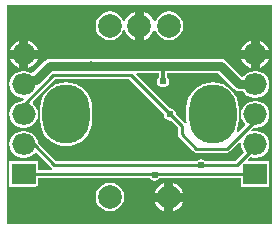
<source format=gtl>
G04*
G04 #@! TF.GenerationSoftware,Altium Limited,Altium Designer,20.0.10 (225)*
G04*
G04 Layer_Physical_Order=1*
G04 Layer_Color=255*
%FSLAX25Y25*%
%MOIN*%
G70*
G01*
G75*
%ADD18C,0.03000*%
%ADD19C,0.01000*%
%ADD20C,0.01200*%
%ADD21O,0.07874X0.07087*%
%ADD22R,0.07874X0.07087*%
%ADD23C,0.07874*%
%ADD24O,0.15748X0.19685*%
%ADD25C,0.03200*%
%ADD26C,0.02400*%
G36*
X44256Y-36382D02*
X-44256Y-36382D01*
Y36382D01*
X44256D01*
Y-36382D01*
D02*
G37*
%LPC*%
G36*
X9843Y34306D02*
X8606Y34143D01*
X7454Y33665D01*
X6464Y32906D01*
X5705Y31916D01*
X5354Y31070D01*
X4705D01*
X4312Y32017D01*
X3521Y33049D01*
X2490Y33840D01*
X1500Y34250D01*
Y29528D01*
Y24805D01*
X2490Y25215D01*
X3521Y26006D01*
X4312Y27038D01*
X4705Y27985D01*
X5354D01*
X5705Y27139D01*
X6464Y26149D01*
X7454Y25390D01*
X8606Y24913D01*
X9843Y24750D01*
X11079Y24913D01*
X12231Y25390D01*
X13221Y26149D01*
X13980Y27139D01*
X14458Y28291D01*
X14620Y29528D01*
X14458Y30764D01*
X13980Y31916D01*
X13221Y32906D01*
X12231Y33665D01*
X11079Y34143D01*
X9843Y34306D01*
D02*
G37*
G36*
X-9843D02*
X-11079Y34143D01*
X-12231Y33665D01*
X-13221Y32906D01*
X-13980Y31916D01*
X-14458Y30764D01*
X-14620Y29528D01*
X-14458Y28291D01*
X-13980Y27139D01*
X-13221Y26149D01*
X-12231Y25390D01*
X-11079Y24913D01*
X-9843Y24750D01*
X-8606Y24913D01*
X-7454Y25390D01*
X-6464Y26149D01*
X-5705Y27139D01*
X-5354Y27985D01*
X-4705D01*
X-4312Y27038D01*
X-3521Y26006D01*
X-2490Y25215D01*
X-1500Y24805D01*
Y29528D01*
Y34250D01*
X-2490Y33840D01*
X-3521Y33049D01*
X-4312Y32017D01*
X-4705Y31070D01*
X-5354D01*
X-5705Y31916D01*
X-6464Y32906D01*
X-7454Y33665D01*
X-8606Y34143D01*
X-9843Y34306D01*
D02*
G37*
G36*
X40083Y24437D02*
Y21500D01*
X43273D01*
X42945Y22291D01*
X42217Y23240D01*
X41268Y23969D01*
X40162Y24426D01*
X40083Y24437D01*
D02*
G37*
G36*
X-37083D02*
Y21500D01*
X-33893D01*
X-34220Y22291D01*
X-34949Y23240D01*
X-35898Y23969D01*
X-37003Y24426D01*
X-37083Y24437D01*
D02*
G37*
G36*
X-40083D02*
X-40162Y24426D01*
X-41268Y23969D01*
X-42217Y23240D01*
X-42945Y22291D01*
X-43273Y21500D01*
X-40083D01*
Y24437D01*
D02*
G37*
G36*
X37083D02*
X37003Y24426D01*
X35898Y23969D01*
X34949Y23240D01*
X34220Y22291D01*
X33893Y21500D01*
X37083D01*
Y24437D01*
D02*
G37*
G36*
X-16142Y18589D02*
X-16654Y18487D01*
X-29921D01*
X-29921Y18487D01*
X-30819Y18308D01*
X-31580Y17800D01*
X-35410Y13970D01*
X-35459D01*
X-36110Y13840D01*
X-37055Y14232D01*
X-38189Y14381D01*
X-38976D01*
X-40110Y14232D01*
X-41167Y13794D01*
X-42074Y13098D01*
X-42770Y12190D01*
X-43208Y11134D01*
X-43357Y10000D01*
X-43208Y8866D01*
X-42770Y7810D01*
X-42074Y6902D01*
X-41167Y6206D01*
X-40110Y5768D01*
X-38976Y5619D01*
X-38836D01*
X-38588Y5019D01*
X-39045Y4562D01*
X-39184Y4353D01*
X-40110Y4231D01*
X-41167Y3794D01*
X-42074Y3098D01*
X-42770Y2190D01*
X-43208Y1134D01*
X-43357Y0D01*
X-43208Y-1134D01*
X-42770Y-2190D01*
X-42074Y-3098D01*
X-41167Y-3794D01*
X-40110Y-4231D01*
X-38976Y-4381D01*
X-38189D01*
X-37055Y-4231D01*
X-35999Y-3794D01*
X-35091Y-3098D01*
X-34395Y-2190D01*
X-33957Y-1134D01*
X-33808Y0D01*
X-33957Y1134D01*
X-34395Y2190D01*
X-35091Y3098D01*
X-35555Y3454D01*
X-35608Y4250D01*
X-28191Y11667D01*
X-3305D01*
X8224Y137D01*
X8197Y0D01*
X8352Y-780D01*
X8794Y-1442D01*
X9456Y-1884D01*
X10236Y-2039D01*
X10374Y-2012D01*
X12848Y-4486D01*
Y-6693D01*
X12949Y-7200D01*
X13236Y-7630D01*
X17960Y-12355D01*
X18390Y-12642D01*
X18898Y-12743D01*
X29134D01*
X29641Y-12642D01*
X30071Y-12355D01*
X33321Y-9105D01*
X33889Y-9385D01*
X33808Y-10000D01*
X33957Y-11134D01*
X34395Y-12190D01*
X34790Y-12705D01*
X31892Y-15604D01*
X21992D01*
X21914Y-15487D01*
X21253Y-15045D01*
X20472Y-14890D01*
X19692Y-15045D01*
X19030Y-15487D01*
X18953Y-15604D01*
X-27797D01*
X-33870Y-9531D01*
X-33957Y-8866D01*
X-34395Y-7810D01*
X-35091Y-6902D01*
X-35999Y-6206D01*
X-37055Y-5768D01*
X-38189Y-5619D01*
X-38976D01*
X-40110Y-5768D01*
X-41167Y-6206D01*
X-42074Y-6902D01*
X-42770Y-7810D01*
X-43208Y-8866D01*
X-43357Y-10000D01*
X-43208Y-11134D01*
X-42770Y-12190D01*
X-42074Y-13098D01*
X-41167Y-13794D01*
X-40110Y-14232D01*
X-38976Y-14381D01*
X-38189D01*
X-37055Y-14232D01*
X-35999Y-13794D01*
X-35091Y-13098D01*
X-34917Y-12871D01*
X-34319Y-12832D01*
X-29284Y-17866D01*
X-28972Y-18075D01*
X-29077Y-18675D01*
X-33846D01*
Y-15657D01*
X-43320D01*
Y-24343D01*
X-33846D01*
Y-21326D01*
X3546D01*
X3676Y-21521D01*
X4338Y-21963D01*
X5118Y-22118D01*
X5898Y-21963D01*
X6560Y-21521D01*
X6690Y-21326D01*
X33846D01*
Y-24343D01*
X43320D01*
Y-15657D01*
X36372D01*
X36142Y-15102D01*
X37025Y-14219D01*
X37055Y-14232D01*
X38189Y-14381D01*
X38976D01*
X40110Y-14232D01*
X41167Y-13794D01*
X42074Y-13098D01*
X42770Y-12190D01*
X43208Y-11134D01*
X43357Y-10000D01*
X43208Y-8866D01*
X42770Y-7810D01*
X42074Y-6902D01*
X41167Y-6206D01*
X40110Y-5768D01*
X38976Y-5619D01*
X38189D01*
X37574Y-5700D01*
X37294Y-5132D01*
X38062Y-4364D01*
X38189Y-4381D01*
X38976D01*
X40110Y-4231D01*
X41167Y-3794D01*
X42074Y-3098D01*
X42770Y-2190D01*
X43208Y-1134D01*
X43357Y0D01*
X43208Y1134D01*
X42770Y2190D01*
X42074Y3098D01*
X41167Y3794D01*
X40110Y4231D01*
X38976Y4381D01*
X38189D01*
X37055Y4231D01*
X35999Y3794D01*
X35091Y3098D01*
X34395Y2190D01*
X33957Y1134D01*
X33808Y0D01*
X33957Y-1134D01*
X34395Y-2190D01*
X35091Y-3098D01*
X35121Y-3555D01*
X32878Y-5799D01*
X32390Y-5438D01*
X32462Y-5304D01*
X32958Y-3669D01*
X33125Y-1969D01*
Y1969D01*
X32958Y3669D01*
X32462Y5304D01*
X31657Y6811D01*
X30573Y8132D01*
X29252Y9216D01*
X27745Y10021D01*
X26110Y10517D01*
X24409Y10684D01*
X22709Y10517D01*
X21074Y10021D01*
X19567Y9216D01*
X18246Y8132D01*
X17162Y6811D01*
X16357Y5304D01*
X15861Y3669D01*
X15694Y1969D01*
Y-1969D01*
X15789Y-2935D01*
X15206Y-3143D01*
X15111Y-3000D01*
X12248Y-137D01*
X12275Y0D01*
X12120Y780D01*
X11678Y1442D01*
X11017Y1884D01*
X10236Y2039D01*
X10099Y2012D01*
X-1132Y13242D01*
X-902Y13797D01*
X6447D01*
Y12475D01*
X6432Y12466D01*
X5990Y11804D01*
X5835Y11024D01*
X5990Y10243D01*
X6432Y9582D01*
X7094Y9140D01*
X7874Y8984D01*
X8654Y9140D01*
X9316Y9582D01*
X9758Y10243D01*
X9913Y11024D01*
X9758Y11804D01*
X9316Y12466D01*
X9301Y12475D01*
Y13797D01*
X26194D01*
X31649Y8342D01*
X32410Y7833D01*
X33307Y7655D01*
X34514D01*
X35091Y6902D01*
X35999Y6206D01*
X37055Y5768D01*
X38189Y5619D01*
X38976D01*
X40110Y5768D01*
X41167Y6206D01*
X42074Y6902D01*
X42770Y7810D01*
X43208Y8866D01*
X43357Y10000D01*
X43208Y11134D01*
X42770Y12190D01*
X42074Y13098D01*
X41167Y13794D01*
X40110Y14232D01*
X38976Y14381D01*
X38189D01*
X37055Y14232D01*
X35999Y13794D01*
X35091Y13098D01*
X34751Y12654D01*
X34011Y12612D01*
X28824Y17800D01*
X28063Y18308D01*
X27165Y18487D01*
X-15629D01*
X-16142Y18589D01*
D02*
G37*
G36*
X-33893Y18500D02*
X-37083D01*
Y15563D01*
X-37003Y15574D01*
X-35898Y16031D01*
X-34949Y16760D01*
X-34220Y17709D01*
X-33893Y18500D01*
D02*
G37*
G36*
X43273D02*
X40083D01*
Y15563D01*
X40162Y15574D01*
X41268Y16031D01*
X42217Y16760D01*
X42945Y17709D01*
X43273Y18500D01*
D02*
G37*
G36*
X37083D02*
X33893D01*
X34220Y17709D01*
X34949Y16760D01*
X35898Y16031D01*
X37003Y15574D01*
X37083Y15563D01*
Y18500D01*
D02*
G37*
G36*
X-40083D02*
X-43273D01*
X-42945Y17709D01*
X-42217Y16760D01*
X-41268Y16031D01*
X-40162Y15574D01*
X-40083Y15563D01*
Y18500D01*
D02*
G37*
G36*
X-24409Y10684D02*
X-26110Y10517D01*
X-27745Y10021D01*
X-29252Y9216D01*
X-30573Y8132D01*
X-31657Y6811D01*
X-32462Y5304D01*
X-32958Y3669D01*
X-33125Y1969D01*
Y-1969D01*
X-32958Y-3669D01*
X-32462Y-5304D01*
X-31657Y-6811D01*
X-30573Y-8132D01*
X-29252Y-9216D01*
X-27745Y-10021D01*
X-26110Y-10517D01*
X-24409Y-10684D01*
X-22709Y-10517D01*
X-21074Y-10021D01*
X-19567Y-9216D01*
X-18246Y-8132D01*
X-17162Y-6811D01*
X-16357Y-5304D01*
X-15861Y-3669D01*
X-15694Y-1969D01*
Y1969D01*
X-15861Y3669D01*
X-16357Y5304D01*
X-17162Y6811D01*
X-18246Y8132D01*
X-19567Y9216D01*
X-21074Y10021D01*
X-22709Y10517D01*
X-24409Y10684D01*
D02*
G37*
G36*
X11343Y-22837D02*
Y-26059D01*
X14565D01*
X14155Y-25069D01*
X13364Y-24038D01*
X12332Y-23247D01*
X11343Y-22837D01*
D02*
G37*
G36*
X8343Y-22837D02*
X7353Y-23247D01*
X6321Y-24038D01*
X5530Y-25069D01*
X5120Y-26059D01*
X8343D01*
Y-22837D01*
D02*
G37*
G36*
X14565Y-29059D02*
X11343D01*
Y-32282D01*
X12332Y-31872D01*
X13364Y-31080D01*
X14155Y-30049D01*
X14565Y-29059D01*
D02*
G37*
G36*
X8343D02*
X5120D01*
X5530Y-30049D01*
X6321Y-31080D01*
X7353Y-31872D01*
X8343Y-32282D01*
Y-29059D01*
D02*
G37*
G36*
X-9843Y-22781D02*
X-11079Y-22944D01*
X-12231Y-23421D01*
X-13221Y-24181D01*
X-13980Y-25170D01*
X-14458Y-26322D01*
X-14620Y-27559D01*
X-14458Y-28796D01*
X-13980Y-29948D01*
X-13221Y-30937D01*
X-12231Y-31697D01*
X-11079Y-32174D01*
X-9843Y-32337D01*
X-8606Y-32174D01*
X-7454Y-31697D01*
X-6464Y-30937D01*
X-5705Y-29948D01*
X-5227Y-28796D01*
X-5065Y-27559D01*
X-5227Y-26322D01*
X-5705Y-25170D01*
X-6464Y-24181D01*
X-7454Y-23421D01*
X-8606Y-22944D01*
X-9843Y-22781D01*
D02*
G37*
%LPD*%
D18*
X-29921Y16142D02*
X-16142D01*
X-38583Y10000D02*
X-37083D01*
X-35459Y11625D01*
X-34438D01*
X-29921Y16142D01*
X-16142D02*
X7874D01*
X27165D01*
X33307Y10000D02*
X39370D01*
X27165Y16142D02*
X33307Y10000D01*
D19*
X-38107Y3625D02*
X-28740Y12992D01*
X-2756D01*
X10236Y0D01*
X-38107Y1263D02*
Y3625D01*
X29134Y-11417D02*
X39370Y-1181D01*
X-39370Y0D02*
X-38107Y1263D01*
X39370Y-1181D02*
Y0D01*
X10236D02*
X14173Y-3937D01*
X18898Y-11417D02*
X29134D01*
X-34913Y-10363D02*
X-28346Y-16929D01*
X5118Y-20079D02*
Y-20000D01*
X-39370D02*
X5118D01*
X-39007Y-10363D02*
X-34913D01*
X14173Y-6693D02*
Y-3937D01*
X20472Y-16929D02*
X32441D01*
X-39370Y-10000D02*
X-39007Y-10363D01*
X32441Y-16929D02*
X39370Y-10000D01*
X5118Y-20000D02*
X39370D01*
X14173Y-6693D02*
X18898Y-11417D01*
X-28346Y-16929D02*
X20472D01*
D20*
X7874Y11024D02*
Y16142D01*
D21*
X-38583Y20000D02*
D03*
Y10000D02*
D03*
Y0D02*
D03*
Y-10000D02*
D03*
X38583Y20000D02*
D03*
Y10000D02*
D03*
Y0D02*
D03*
Y-10000D02*
D03*
D22*
X-38583Y-20000D02*
D03*
X38583D02*
D03*
D23*
X9843Y-27559D02*
D03*
X-9843D02*
D03*
Y29528D02*
D03*
X0D02*
D03*
X9843D02*
D03*
D24*
X-24409Y0D02*
D03*
X24409D02*
D03*
D25*
X-16142Y16142D02*
D03*
D26*
X13386Y9055D02*
D03*
X33071Y-12205D02*
D03*
X25591Y12205D02*
D03*
X19685Y11417D02*
D03*
X-8386Y-4961D02*
D03*
X16614Y25039D02*
D03*
X19114Y30039D02*
D03*
X-28386Y-24961D02*
D03*
X41614Y-34961D02*
D03*
X-13386D02*
D03*
X1614D02*
D03*
X-35886Y30039D02*
D03*
X-886Y-29961D02*
D03*
X6614Y-34961D02*
D03*
X19114Y20039D02*
D03*
X26614Y25039D02*
D03*
X29114Y20039D02*
D03*
X-15886Y-29961D02*
D03*
X29114Y30039D02*
D03*
X21614Y25039D02*
D03*
X-35886Y-29961D02*
D03*
X-28386Y-34961D02*
D03*
X-13386Y-4961D02*
D03*
X31614Y-34961D02*
D03*
X36614D02*
D03*
X-15886Y10039D02*
D03*
X31614Y25039D02*
D03*
X-8386Y-34961D02*
D03*
X4114Y-29961D02*
D03*
X1614Y-4961D02*
D03*
X39114Y30039D02*
D03*
X-3386Y-4961D02*
D03*
X-33386Y-24961D02*
D03*
X-20886Y30039D02*
D03*
X-38386Y-34961D02*
D03*
X-23386Y25039D02*
D03*
X16614Y-34961D02*
D03*
X21614D02*
D03*
X-30886Y30039D02*
D03*
X11614Y-34961D02*
D03*
X-18386Y25039D02*
D03*
X-33386Y-34961D02*
D03*
X-18386D02*
D03*
X6614Y-4961D02*
D03*
X-15886Y30039D02*
D03*
X34114Y-29961D02*
D03*
X-33386Y25039D02*
D03*
X-25886Y30039D02*
D03*
X24114D02*
D03*
Y20039D02*
D03*
X34114Y30039D02*
D03*
X-28386Y25039D02*
D03*
X-3386Y-34961D02*
D03*
X-30886Y-29961D02*
D03*
X14114Y20039D02*
D03*
X-8661Y-13386D02*
D03*
X-20472Y-12598D02*
D03*
X-4724Y-22835D02*
D03*
X7874Y11024D02*
D03*
X10236Y0D02*
D03*
X20472Y-16929D02*
D03*
X5118Y-20079D02*
D03*
M02*

</source>
